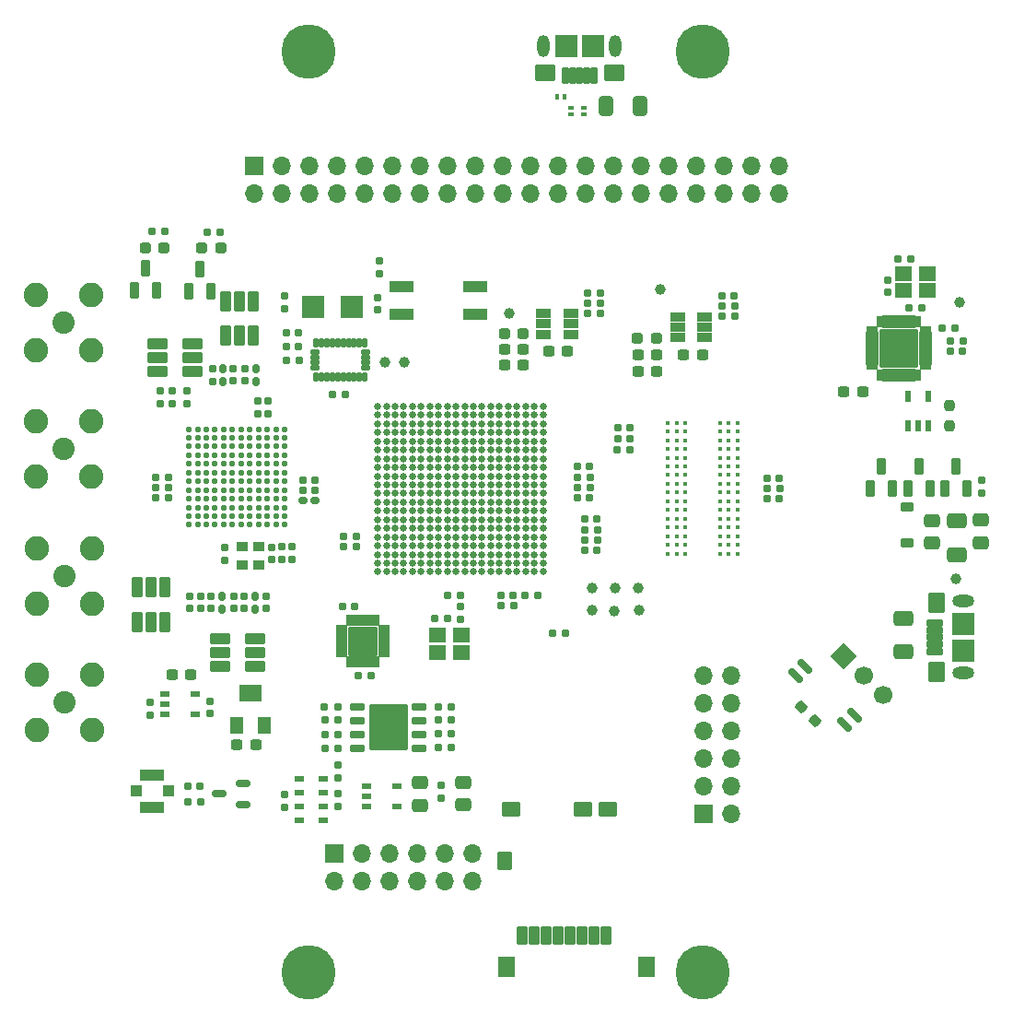
<source format=gbr>
%TF.GenerationSoftware,KiCad,Pcbnew,8.0.6*%
%TF.CreationDate,2025-01-14T20:30:26-08:00*%
%TF.ProjectId,IO_SDR_1.1,494f5f53-4452-45f3-912e-312e6b696361,rev?*%
%TF.SameCoordinates,Original*%
%TF.FileFunction,Soldermask,Top*%
%TF.FilePolarity,Negative*%
%FSLAX46Y46*%
G04 Gerber Fmt 4.6, Leading zero omitted, Abs format (unit mm)*
G04 Created by KiCad (PCBNEW 8.0.6) date 2025-01-14 20:30:26*
%MOMM*%
%LPD*%
G01*
G04 APERTURE LIST*
G04 Aperture macros list*
%AMRoundRect*
0 Rectangle with rounded corners*
0 $1 Rounding radius*
0 $2 $3 $4 $5 $6 $7 $8 $9 X,Y pos of 4 corners*
0 Add a 4 corners polygon primitive as box body*
4,1,4,$2,$3,$4,$5,$6,$7,$8,$9,$2,$3,0*
0 Add four circle primitives for the rounded corners*
1,1,$1+$1,$2,$3*
1,1,$1+$1,$4,$5*
1,1,$1+$1,$6,$7*
1,1,$1+$1,$8,$9*
0 Add four rect primitives between the rounded corners*
20,1,$1+$1,$2,$3,$4,$5,0*
20,1,$1+$1,$4,$5,$6,$7,0*
20,1,$1+$1,$6,$7,$8,$9,0*
20,1,$1+$1,$8,$9,$2,$3,0*%
%AMHorizOval*
0 Thick line with rounded ends*
0 $1 width*
0 $2 $3 position (X,Y) of the first rounded end (center of the circle)*
0 $4 $5 position (X,Y) of the second rounded end (center of the circle)*
0 Add line between two ends*
20,1,$1,$2,$3,$4,$5,0*
0 Add two circle primitives to create the rounded ends*
1,1,$1,$2,$3*
1,1,$1,$4,$5*%
%AMRotRect*
0 Rectangle, with rotation*
0 The origin of the aperture is its center*
0 $1 length*
0 $2 width*
0 $3 Rotation angle, in degrees counterclockwise*
0 Add horizontal line*
21,1,$1,$2,0,0,$3*%
G04 Aperture macros list end*
%ADD10RoundRect,0.250000X0.650000X-0.412500X0.650000X0.412500X-0.650000X0.412500X-0.650000X-0.412500X0*%
%ADD11RoundRect,0.160000X-0.160000X0.197500X-0.160000X-0.197500X0.160000X-0.197500X0.160000X0.197500X0*%
%ADD12RoundRect,0.160000X0.197500X0.160000X-0.197500X0.160000X-0.197500X-0.160000X0.197500X-0.160000X0*%
%ADD13RoundRect,0.155000X-0.212500X-0.155000X0.212500X-0.155000X0.212500X0.155000X-0.212500X0.155000X0*%
%ADD14RoundRect,0.160000X0.160000X-0.222500X0.160000X0.222500X-0.160000X0.222500X-0.160000X-0.222500X0*%
%ADD15R,0.304800X0.558800*%
%ADD16RotRect,1.700000X1.700000X45.000000*%
%ADD17HorizOval,1.700000X0.000000X0.000000X0.000000X0.000000X0*%
%ADD18RoundRect,0.155000X0.212500X0.155000X-0.212500X0.155000X-0.212500X-0.155000X0.212500X-0.155000X0*%
%ADD19RoundRect,0.160000X-0.197500X-0.160000X0.197500X-0.160000X0.197500X0.160000X-0.197500X0.160000X0*%
%ADD20R,1.000000X1.000000*%
%ADD21R,2.200000X1.050000*%
%ADD22C,1.000000*%
%ADD23RoundRect,0.237500X0.237500X-0.250000X0.237500X0.250000X-0.237500X0.250000X-0.237500X-0.250000X0*%
%ADD24RoundRect,0.155000X0.155000X-0.212500X0.155000X0.212500X-0.155000X0.212500X-0.155000X-0.212500X0*%
%ADD25RoundRect,0.155000X-0.155000X0.212500X-0.155000X-0.212500X0.155000X-0.212500X0.155000X0.212500X0*%
%ADD26RoundRect,0.237500X-0.300000X-0.237500X0.300000X-0.237500X0.300000X0.237500X-0.300000X0.237500X0*%
%ADD27C,2.050000*%
%ADD28C,2.250000*%
%ADD29R,1.300000X1.600000*%
%ADD30R,2.000000X1.600000*%
%ADD31RoundRect,0.054880X-0.652120X-0.337120X0.652120X-0.337120X0.652120X0.337120X-0.652120X0.337120X0*%
%ADD32C,5.000000*%
%ADD33RoundRect,0.102000X0.825500X0.381000X-0.825500X0.381000X-0.825500X-0.381000X0.825500X-0.381000X0*%
%ADD34RoundRect,0.250000X0.475000X-0.337500X0.475000X0.337500X-0.475000X0.337500X-0.475000X-0.337500X0*%
%ADD35RoundRect,0.102000X0.279400X-0.660400X0.279400X0.660400X-0.279400X0.660400X-0.279400X-0.660400X0*%
%ADD36R,0.558800X0.304800*%
%ADD37RoundRect,0.102000X0.125000X-0.337500X0.125000X0.337500X-0.125000X0.337500X-0.125000X-0.337500X0*%
%ADD38RoundRect,0.102000X-0.287500X-0.125000X0.287500X-0.125000X0.287500X0.125000X-0.287500X0.125000X0*%
%ADD39RoundRect,0.102000X-0.125000X0.337500X-0.125000X-0.337500X0.125000X-0.337500X0.125000X0.337500X0*%
%ADD40RoundRect,0.102000X0.287500X0.125000X-0.287500X0.125000X-0.287500X-0.125000X0.287500X-0.125000X0*%
%ADD41RoundRect,0.225000X0.375000X-0.225000X0.375000X0.225000X-0.375000X0.225000X-0.375000X-0.225000X0*%
%ADD42RoundRect,0.076200X0.400000X0.750000X-0.400000X0.750000X-0.400000X-0.750000X0.400000X-0.750000X0*%
%ADD43RoundRect,0.076200X0.575000X0.750000X-0.575000X0.750000X-0.575000X-0.750000X0.575000X-0.750000X0*%
%ADD44RoundRect,0.076200X0.750000X0.575000X-0.750000X0.575000X-0.750000X-0.575000X0.750000X-0.575000X0*%
%ADD45RoundRect,0.076200X0.700000X0.850000X-0.700000X0.850000X-0.700000X-0.850000X0.700000X-0.850000X0*%
%ADD46RoundRect,0.237500X0.287500X0.237500X-0.287500X0.237500X-0.287500X-0.237500X0.287500X-0.237500X0*%
%ADD47RoundRect,0.237500X-0.287500X-0.237500X0.287500X-0.237500X0.287500X0.237500X-0.287500X0.237500X0*%
%ADD48RoundRect,0.003600X-0.476400X-0.176400X0.476400X-0.176400X0.476400X0.176400X-0.476400X0.176400X0*%
%ADD49RoundRect,0.004640X-0.527360X-0.227360X0.527360X-0.227360X0.527360X0.227360X-0.527360X0.227360X0*%
%ADD50RoundRect,0.003600X0.176400X-0.476400X0.176400X0.476400X-0.176400X0.476400X-0.176400X-0.476400X0*%
%ADD51RoundRect,0.004640X0.227360X-0.527360X0.227360X0.527360X-0.227360X0.527360X-0.227360X-0.527360X0*%
%ADD52RoundRect,0.003600X0.476400X0.176400X-0.476400X0.176400X-0.476400X-0.176400X0.476400X-0.176400X0*%
%ADD53RoundRect,0.004640X0.527360X0.227360X-0.527360X0.227360X-0.527360X-0.227360X0.527360X-0.227360X0*%
%ADD54RoundRect,0.003600X-0.176400X0.476400X-0.176400X-0.476400X0.176400X-0.476400X0.176400X0.476400X0*%
%ADD55RoundRect,0.004640X-0.227360X0.527360X-0.227360X-0.527360X0.227360X-0.527360X0.227360X0.527360X0*%
%ADD56RoundRect,0.102000X-1.650000X-1.650000X1.650000X-1.650000X1.650000X1.650000X-1.650000X1.650000X0*%
%ADD57RoundRect,0.011100X-0.173900X0.468900X-0.173900X-0.468900X0.173900X-0.468900X0.173900X0.468900X0*%
%ADD58RoundRect,0.011100X-0.468900X-0.173900X0.468900X-0.173900X0.468900X0.173900X-0.468900X0.173900X0*%
%ADD59RoundRect,0.050000X-1.300000X1.300000X-1.300000X-1.300000X1.300000X-1.300000X1.300000X1.300000X0*%
%ADD60R,0.952500X0.558800*%
%ADD61RoundRect,0.237500X0.300000X0.237500X-0.300000X0.237500X-0.300000X-0.237500X0.300000X-0.237500X0*%
%ADD62RoundRect,0.102000X0.700000X-0.600000X0.700000X0.600000X-0.700000X0.600000X-0.700000X-0.600000X0*%
%ADD63RoundRect,0.102000X-0.381000X0.825500X-0.381000X-0.825500X0.381000X-0.825500X0.381000X0.825500X0*%
%ADD64RoundRect,0.250000X-0.412500X-0.650000X0.412500X-0.650000X0.412500X0.650000X-0.412500X0.650000X0*%
%ADD65R,1.700000X1.700000*%
%ADD66O,1.700000X1.700000*%
%ADD67RoundRect,0.250000X-0.475000X0.337500X-0.475000X-0.337500X0.475000X-0.337500X0.475000X0.337500X0*%
%ADD68RoundRect,0.237500X0.344715X-0.008839X-0.008839X0.344715X-0.344715X0.008839X0.008839X-0.344715X0*%
%ADD69RoundRect,0.160000X0.222500X0.160000X-0.222500X0.160000X-0.222500X-0.160000X0.222500X-0.160000X0*%
%ADD70RoundRect,0.102000X0.675000X-0.200000X0.675000X0.200000X-0.675000X0.200000X-0.675000X-0.200000X0*%
%ADD71RoundRect,0.102000X0.700000X-0.800000X0.700000X0.800000X-0.700000X0.800000X-0.700000X-0.800000X0*%
%ADD72RoundRect,0.102000X0.950000X-0.950000X0.950000X0.950000X-0.950000X0.950000X-0.950000X-0.950000X0*%
%ADD73O,2.004000X1.104000*%
%ADD74C,0.554000*%
%ADD75C,0.410000*%
%ADD76RoundRect,0.150000X0.512500X0.150000X-0.512500X0.150000X-0.512500X-0.150000X0.512500X-0.150000X0*%
%ADD77R,2.160000X1.120000*%
%ADD78C,0.654000*%
%ADD79R,0.508000X1.003300*%
%ADD80RoundRect,0.150000X-0.574524X0.362392X0.362392X-0.574524X0.574524X-0.362392X-0.362392X0.574524X0*%
%ADD81RoundRect,0.160000X-0.160000X0.222500X-0.160000X-0.222500X0.160000X-0.222500X0.160000X0.222500X0*%
%ADD82RoundRect,0.102000X-0.700000X0.575000X-0.700000X-0.575000X0.700000X-0.575000X0.700000X0.575000X0*%
%ADD83R,2.000000X2.000000*%
%ADD84R,0.950000X0.550000*%
%ADD85RoundRect,0.102000X-0.425000X-0.325000X0.425000X-0.325000X0.425000X0.325000X-0.425000X0.325000X0*%
%ADD86RoundRect,0.102000X0.200000X0.675000X-0.200000X0.675000X-0.200000X-0.675000X0.200000X-0.675000X0*%
%ADD87RoundRect,0.102000X0.800000X0.700000X-0.800000X0.700000X-0.800000X-0.700000X0.800000X-0.700000X0*%
%ADD88RoundRect,0.102000X0.950000X0.950000X-0.950000X0.950000X-0.950000X-0.950000X0.950000X-0.950000X0*%
%ADD89O,1.104000X2.004000*%
%ADD90RoundRect,0.160000X0.160000X-0.197500X0.160000X0.197500X-0.160000X0.197500X-0.160000X-0.197500X0*%
%ADD91RoundRect,0.102000X-0.550000X-0.220000X0.550000X-0.220000X0.550000X0.220000X-0.550000X0.220000X0*%
%ADD92RoundRect,0.102000X1.700000X2.000000X-1.700000X2.000000X-1.700000X-2.000000X1.700000X-2.000000X0*%
G04 APERTURE END LIST*
D10*
%TO.C,C4*%
X183080000Y-99672500D03*
X183080000Y-96547500D03*
%TD*%
D11*
%TO.C,RA23*%
X130040000Y-72652500D03*
X130040000Y-73847500D03*
%TD*%
D12*
%TO.C,RA27*%
X142347500Y-104284646D03*
X141152500Y-104284646D03*
%TD*%
D13*
%TO.C,C71*%
X122969200Y-93738600D03*
X124104200Y-93738600D03*
%TD*%
D14*
%TO.C,L13*%
X115640000Y-83742500D03*
X115640000Y-82597500D03*
%TD*%
D12*
%TO.C,RA17*%
X136627500Y-114860000D03*
X135432500Y-114860000D03*
%TD*%
D15*
%TO.C,V3*%
X146398477Y-57589984D03*
X147033475Y-57589984D03*
%TD*%
D12*
%TO.C,RA25*%
X137452700Y-103403400D03*
X136257700Y-103403400D03*
%TD*%
D16*
%TO.C,J3*%
X172720000Y-108966000D03*
D17*
X174516051Y-110762051D03*
X176312102Y-112558102D03*
%TD*%
D18*
%TO.C,C99*%
X150014074Y-96383444D03*
X148879074Y-96383444D03*
%TD*%
D13*
%TO.C,C116*%
X165633104Y-92655994D03*
X166768104Y-92655994D03*
%TD*%
D19*
%TO.C,R36*%
X148183254Y-93487844D03*
X149378254Y-93487844D03*
%TD*%
D20*
%TO.C,J8*%
X110640000Y-121380000D03*
D21*
X109140000Y-122855000D03*
D20*
X107640000Y-121380000D03*
D21*
X109140000Y-119905000D03*
%TD*%
D12*
%TO.C,R14*%
X162672500Y-76800000D03*
X161477500Y-76800000D03*
%TD*%
D22*
%TO.C,TP7*%
X151612600Y-104825800D03*
%TD*%
D23*
%TO.C,RA4*%
X182460001Y-87779950D03*
X182460001Y-85954950D03*
%TD*%
D24*
%TO.C,C55*%
X118821200Y-86673500D03*
X118821200Y-85538500D03*
%TD*%
D25*
%TO.C,C72*%
X121967000Y-98945700D03*
X121967000Y-100080700D03*
%TD*%
%TO.C,CA8*%
X114407300Y-113110300D03*
X114407300Y-114245300D03*
%TD*%
D26*
%TO.C,CA9*%
X172707500Y-84680000D03*
X174432500Y-84680000D03*
%TD*%
D19*
%TO.C,R56*%
X121472500Y-81800000D03*
X122667500Y-81800000D03*
%TD*%
D27*
%TO.C,J11*%
X101015800Y-78333600D03*
D28*
X103555800Y-75793600D03*
X98475800Y-75793600D03*
X103555800Y-80873600D03*
X98475800Y-80873600D03*
%TD*%
D29*
%TO.C,R29*%
X116900000Y-115300000D03*
D30*
X118150000Y-112400000D03*
D29*
X119400000Y-115300000D03*
%TD*%
D31*
%TO.C,U8*%
X145120000Y-77500000D03*
X145120000Y-78450000D03*
X145120000Y-79400000D03*
X147630000Y-79400000D03*
X147630000Y-78450000D03*
X147630000Y-77500000D03*
%TD*%
D19*
%TO.C,RA18*%
X135432500Y-113640000D03*
X136627500Y-113640000D03*
%TD*%
D32*
%TO.C,H2*%
X159766000Y-53454396D03*
%TD*%
D18*
%TO.C,C141*%
X127766100Y-104382000D03*
X126631100Y-104382000D03*
%TD*%
D25*
%TO.C,C89*%
X113574214Y-103483904D03*
X113574214Y-104618904D03*
%TD*%
D19*
%TO.C,R34*%
X148869054Y-98339244D03*
X150064054Y-98339244D03*
%TD*%
D26*
%TO.C,C34*%
X153777500Y-82790000D03*
X155502500Y-82790000D03*
%TD*%
D24*
%TO.C,C87*%
X109840000Y-85757500D03*
X109840000Y-84622500D03*
%TD*%
D26*
%TO.C,C32*%
X141505000Y-80780000D03*
X143230000Y-80780000D03*
%TD*%
D13*
%TO.C,C100*%
X148879074Y-99279044D03*
X150014074Y-99279044D03*
%TD*%
D22*
%TO.C,TP2*%
X183030000Y-101900000D03*
%TD*%
D24*
%TO.C,C83*%
X111000000Y-85757500D03*
X111000000Y-84622500D03*
%TD*%
D33*
%TO.C,T2*%
X109650000Y-82800000D03*
X109650000Y-81530000D03*
X109650000Y-80260000D03*
X112825000Y-80260000D03*
X112825000Y-81530000D03*
X112825000Y-82800000D03*
%TD*%
D24*
%TO.C,C81*%
X114540534Y-104618924D03*
X114540534Y-103483924D03*
%TD*%
D22*
%TO.C,TP4*%
X155825000Y-75290000D03*
%TD*%
D34*
%TO.C,C5*%
X180810000Y-98607500D03*
X180810000Y-96532500D03*
%TD*%
D35*
%TO.C,QA3*%
X175108154Y-93592654D03*
X177140154Y-93592654D03*
X176124154Y-91560654D03*
%TD*%
D19*
%TO.C,R31*%
X109462500Y-92558200D03*
X110657500Y-92558200D03*
%TD*%
D25*
%TO.C,C110*%
X135660000Y-120862500D03*
X135660000Y-121997500D03*
%TD*%
D12*
%TO.C,RA16*%
X126197500Y-114830000D03*
X125002500Y-114830000D03*
%TD*%
D25*
%TO.C,C85*%
X112594224Y-103483924D03*
X112594224Y-104618924D03*
%TD*%
D36*
%TO.C,V2*%
X147635976Y-59207483D03*
X147635976Y-58572485D03*
%TD*%
D35*
%TO.C,Q4*%
X107520200Y-75359800D03*
X109552200Y-75359800D03*
X108536200Y-73327800D03*
%TD*%
D37*
%TO.C,U21*%
X124180000Y-80200000D03*
D38*
X124117500Y-81012500D03*
X124117500Y-81512500D03*
X124117500Y-82012500D03*
X124117500Y-82512500D03*
D39*
X124180000Y-83325000D03*
X124680000Y-83325000D03*
X125180000Y-83325000D03*
X125680000Y-83325000D03*
X126180000Y-83325000D03*
X126680000Y-83325000D03*
X127180000Y-83325000D03*
X127680000Y-83325000D03*
X128180000Y-83325000D03*
X128680000Y-83325000D03*
D40*
X128742500Y-82512500D03*
X128742500Y-82012500D03*
X128742500Y-81512500D03*
X128742500Y-81012500D03*
D37*
X128680000Y-80200000D03*
X128180000Y-80200000D03*
X127680000Y-80200000D03*
X127180000Y-80200000D03*
X126680000Y-80200000D03*
X126180000Y-80200000D03*
X125680000Y-80200000D03*
X125180000Y-80200000D03*
X124680000Y-80200000D03*
%TD*%
D19*
%TO.C,R30*%
X112430000Y-122320000D03*
X113625000Y-122320000D03*
%TD*%
D18*
%TO.C,CA11*%
X183627500Y-80940000D03*
X182492500Y-80940000D03*
%TD*%
D25*
%TO.C,C58*%
X115797000Y-99005700D03*
X115797000Y-100140700D03*
%TD*%
D24*
%TO.C,C82*%
X117680000Y-83687500D03*
X117680000Y-82552500D03*
%TD*%
D26*
%TO.C,C59*%
X110968300Y-110716400D03*
X112693300Y-110716400D03*
%TD*%
D11*
%TO.C,RA19*%
X137496700Y-104401800D03*
X137496700Y-105596800D03*
%TD*%
D41*
%TO.C,D1*%
X178570000Y-98577500D03*
X178570000Y-95277500D03*
%TD*%
D19*
%TO.C,R13*%
X149147500Y-77480000D03*
X150342500Y-77480000D03*
%TD*%
D13*
%TO.C,C138*%
X141198154Y-103352600D03*
X142333154Y-103352600D03*
%TD*%
D42*
%TO.C,J13*%
X150825754Y-134620000D03*
X149725754Y-134620000D03*
X148625754Y-134620000D03*
X147525754Y-134620000D03*
X146425754Y-134620000D03*
X145325754Y-134620000D03*
X144225754Y-134620000D03*
X143125754Y-134620000D03*
D43*
X141550754Y-127770000D03*
D44*
X148725754Y-123045000D03*
D45*
X154575754Y-137520000D03*
X141675754Y-137520000D03*
D44*
X151025754Y-123045000D03*
X142125754Y-123045000D03*
%TD*%
D19*
%TO.C,RA7*%
X178673154Y-76959654D03*
X179868154Y-76959654D03*
%TD*%
D46*
%TO.C,L7*%
X155495000Y-79740000D03*
X153745000Y-79740000D03*
%TD*%
D13*
%TO.C,C148*%
X125722500Y-84950000D03*
X126857500Y-84950000D03*
%TD*%
D26*
%TO.C,C33*%
X153777500Y-81280000D03*
X155502500Y-81280000D03*
%TD*%
D35*
%TO.C,QA2*%
X182028154Y-93562654D03*
X184060154Y-93562654D03*
X183044154Y-91530654D03*
%TD*%
D47*
%TO.C,D4*%
X108474000Y-71436800D03*
X110224000Y-71436800D03*
%TD*%
D48*
%TO.C,U13*%
X175342654Y-78936254D03*
D49*
X175342654Y-79436254D03*
X175342654Y-79936254D03*
X175342654Y-80436254D03*
X175342654Y-80936254D03*
X175342654Y-81436254D03*
X175342654Y-81936254D03*
D48*
X175342654Y-82436254D03*
D50*
X176027654Y-83121254D03*
D51*
X176527654Y-83121254D03*
X177027654Y-83121254D03*
X177527654Y-83121254D03*
X178027654Y-83121254D03*
X178527654Y-83121254D03*
X179027654Y-83121254D03*
D50*
X179527654Y-83121254D03*
D52*
X180212654Y-82436254D03*
D53*
X180212654Y-81936254D03*
X180212654Y-81436254D03*
X180212654Y-80936254D03*
X180212654Y-80436254D03*
X180212654Y-79936254D03*
X180212654Y-79436254D03*
D52*
X180212654Y-78936254D03*
D54*
X179527654Y-78251254D03*
D55*
X179027654Y-78251254D03*
X178527654Y-78251254D03*
X178027654Y-78251254D03*
X177527654Y-78251254D03*
X177027654Y-78251254D03*
X176527654Y-78251254D03*
D54*
X176027654Y-78251254D03*
D56*
X177777654Y-80686254D03*
%TD*%
D14*
%TO.C,L11*%
X118710000Y-83712500D03*
X118710000Y-82567500D03*
%TD*%
D32*
%TO.C,H4*%
X123516000Y-138024396D03*
%TD*%
D57*
%TO.C,U16*%
X129748600Y-105659400D03*
X129248600Y-105659400D03*
X128748600Y-105659400D03*
X128248600Y-105659400D03*
X127748600Y-105659400D03*
X127248600Y-105659400D03*
D58*
X126563600Y-106344400D03*
X126563600Y-106844400D03*
X126563600Y-107344400D03*
X126563600Y-107844400D03*
X126563600Y-108344400D03*
X126563600Y-108844400D03*
D57*
X127248600Y-109529400D03*
X127748600Y-109529400D03*
X128248600Y-109529400D03*
X128748600Y-109529400D03*
X129248600Y-109529400D03*
X129748600Y-109529400D03*
D58*
X130433600Y-108844400D03*
X130433600Y-108344400D03*
X130433600Y-107844400D03*
X130433600Y-107344400D03*
X130433600Y-106844400D03*
X130433600Y-106344400D03*
D59*
X128498600Y-107594400D03*
%TD*%
D60*
%TO.C,U11*%
X110325850Y-112443900D03*
X110325850Y-113383400D03*
X110325850Y-114322900D03*
X113081750Y-114322900D03*
X113081750Y-112443900D03*
%TD*%
D18*
%TO.C,C76*%
X110607500Y-93498200D03*
X109472500Y-93498200D03*
%TD*%
%TO.C,CA6*%
X178847500Y-72520000D03*
X177712500Y-72520000D03*
%TD*%
D26*
%TO.C,CA7*%
X116917500Y-117120000D03*
X118642500Y-117120000D03*
%TD*%
D32*
%TO.C,H3*%
X159766000Y-138024396D03*
%TD*%
D18*
%TO.C,C139*%
X129218500Y-110769400D03*
X128083500Y-110769400D03*
%TD*%
D13*
%TO.C,C106*%
X148193274Y-94453044D03*
X149328274Y-94453044D03*
%TD*%
D22*
%TO.C,TP6*%
X151714200Y-102717600D03*
%TD*%
D24*
%TO.C,C150*%
X129810000Y-77147500D03*
X129810000Y-76012500D03*
%TD*%
D61*
%TO.C,C29*%
X159707500Y-81260000D03*
X157982500Y-81260000D03*
%TD*%
D62*
%TO.C,CY2*%
X135344200Y-108654500D03*
X137544200Y-108654500D03*
X137544200Y-107054500D03*
X135344200Y-107054500D03*
%TD*%
D47*
%TO.C,D3*%
X113681000Y-71448200D03*
X115431000Y-71448200D03*
%TD*%
D13*
%TO.C,C119*%
X151934074Y-87956794D03*
X153069074Y-87956794D03*
%TD*%
D19*
%TO.C,RA15*%
X135432500Y-117350000D03*
X136627500Y-117350000D03*
%TD*%
D60*
%TO.C,U17*%
X128852050Y-120940500D03*
X128852050Y-121880000D03*
X128852050Y-122819500D03*
X131607950Y-122819500D03*
X131607950Y-120940500D03*
%TD*%
D63*
%TO.C,T1*%
X118400000Y-79545000D03*
X117130000Y-79545000D03*
X115860000Y-79545000D03*
X115860000Y-76370000D03*
X117130000Y-76370000D03*
X118400000Y-76370000D03*
%TD*%
D64*
%TO.C,C1*%
X150824930Y-58473930D03*
X153949930Y-58473930D03*
%TD*%
D65*
%TO.C,J6*%
X159820000Y-123500000D03*
D66*
X162360000Y-123500000D03*
X159820000Y-120960000D03*
X162360000Y-120960000D03*
X159820000Y-118420001D03*
X162360000Y-118420000D03*
X159820000Y-115880000D03*
X162360000Y-115880000D03*
X159820000Y-113340000D03*
X162360000Y-113340000D03*
X159820000Y-110800000D03*
X162360000Y-110800000D03*
%TD*%
D11*
%TO.C,RA6*%
X108895500Y-113181900D03*
X108895500Y-114376900D03*
%TD*%
D18*
%TO.C,C31*%
X162632500Y-75860000D03*
X161497500Y-75860000D03*
%TD*%
D61*
%TO.C,C28*%
X147307500Y-80990000D03*
X145582500Y-80990000D03*
%TD*%
D67*
%TO.C,C108*%
X133770000Y-120582500D03*
X133770000Y-122657500D03*
%TD*%
D22*
%TO.C,TP3*%
X141981954Y-77488654D03*
%TD*%
D19*
%TO.C,RA1*%
X182489104Y-79984594D03*
X183684104Y-79984594D03*
%TD*%
D68*
%TO.C,RA3*%
X170063235Y-114945235D03*
X168772765Y-113654765D03*
%TD*%
D24*
%TO.C,C91*%
X119620544Y-104618904D03*
X119620544Y-103483904D03*
%TD*%
D69*
%TO.C,L6*%
X124129200Y-94683200D03*
X122984200Y-94683200D03*
%TD*%
D18*
%TO.C,C30*%
X150302500Y-75590000D03*
X149167500Y-75590000D03*
%TD*%
D70*
%TO.C,J1*%
X181050000Y-108540000D03*
X181050000Y-107890000D03*
X181050000Y-107240000D03*
X181050000Y-106590000D03*
X181050000Y-105940000D03*
D71*
X181275000Y-110440000D03*
X181275000Y-104040000D03*
D72*
X183725000Y-106040000D03*
X183725000Y-108440000D03*
D73*
X183725000Y-110540000D03*
X183725000Y-103940000D03*
%TD*%
D74*
%TO.C,U12*%
X112497000Y-88113200D03*
X113297000Y-88113200D03*
X114097000Y-88113200D03*
X114897000Y-88113200D03*
X115697000Y-88113200D03*
X116497000Y-88113200D03*
X117297000Y-88113200D03*
X118097000Y-88113200D03*
X118897000Y-88113200D03*
X119697000Y-88113200D03*
X120497000Y-88113200D03*
X121297000Y-88113200D03*
X112497000Y-88913200D03*
X113297000Y-88913200D03*
X114097000Y-88913200D03*
X114897000Y-88913200D03*
X115697000Y-88913200D03*
X116497000Y-88913200D03*
X117297000Y-88913200D03*
X118097000Y-88913200D03*
X118897000Y-88913200D03*
X119697000Y-88913200D03*
X120497000Y-88913200D03*
X121297000Y-88913200D03*
X112497000Y-89713200D03*
X113297000Y-89713200D03*
X114097000Y-89713200D03*
X114897000Y-89713200D03*
X115697000Y-89713200D03*
X116497000Y-89713200D03*
X117297000Y-89713200D03*
X118097000Y-89713200D03*
X118897000Y-89713200D03*
X119697000Y-89713200D03*
X120497000Y-89713200D03*
X121297000Y-89713200D03*
X112497000Y-90513200D03*
X113297000Y-90513200D03*
X114097000Y-90513200D03*
X114897000Y-90513200D03*
X115697000Y-90513200D03*
X116497000Y-90513200D03*
X117297000Y-90513200D03*
X118097000Y-90513200D03*
X118897000Y-90513200D03*
X119697000Y-90513200D03*
X120497000Y-90513200D03*
X121297000Y-90513200D03*
X112497000Y-91313200D03*
X113297000Y-91313200D03*
X114097000Y-91313200D03*
X114897000Y-91313200D03*
X115697000Y-91313200D03*
X116497000Y-91313200D03*
X117297000Y-91313200D03*
X118097000Y-91313200D03*
X118897000Y-91313200D03*
X119697000Y-91313200D03*
X120497000Y-91313200D03*
X121297000Y-91313200D03*
X112497000Y-92113200D03*
X113297000Y-92113200D03*
X114097000Y-92113200D03*
X114897000Y-92113200D03*
X115697000Y-92113200D03*
X116497000Y-92113200D03*
X117297000Y-92113200D03*
X118097000Y-92113200D03*
X118897000Y-92113200D03*
X119697000Y-92113200D03*
X120497000Y-92113200D03*
X121297000Y-92113200D03*
X112497000Y-92913200D03*
X113297000Y-92913200D03*
X114097000Y-92913200D03*
X114897000Y-92913200D03*
X115697000Y-92913200D03*
X116497000Y-92913200D03*
X117297000Y-92913200D03*
X118097000Y-92913200D03*
X118897000Y-92913200D03*
X119697000Y-92913200D03*
X120497000Y-92913200D03*
X121297000Y-92913200D03*
X112497000Y-93713200D03*
X113297000Y-93713200D03*
X114097000Y-93713200D03*
X114897000Y-93713200D03*
X115697000Y-93713200D03*
X116497000Y-93713200D03*
X117297000Y-93713200D03*
X118097000Y-93713200D03*
X118897000Y-93713200D03*
X119697000Y-93713200D03*
X120497000Y-93713200D03*
X121297000Y-93713200D03*
X112497000Y-94513200D03*
X113297000Y-94513200D03*
X114097000Y-94513200D03*
X114897000Y-94513200D03*
X115697000Y-94513200D03*
X116497000Y-94513200D03*
X117297000Y-94513200D03*
X118097000Y-94513200D03*
X118897000Y-94513200D03*
X119697000Y-94513200D03*
X120497000Y-94513200D03*
X121297000Y-94513200D03*
X112497000Y-95313200D03*
X113297000Y-95313200D03*
X114097000Y-95313200D03*
X114897000Y-95313200D03*
X115697000Y-95313200D03*
X116497000Y-95313200D03*
X117297000Y-95313200D03*
X118097000Y-95313200D03*
X118897000Y-95313200D03*
X119697000Y-95313200D03*
X120497000Y-95313200D03*
X121297000Y-95313200D03*
X112497000Y-96113200D03*
X113297000Y-96113200D03*
X114097000Y-96113200D03*
X114897000Y-96113200D03*
X115697000Y-96113200D03*
X116497000Y-96113200D03*
X117297000Y-96113200D03*
X118097000Y-96113200D03*
X118897000Y-96113200D03*
X119697000Y-96113200D03*
X120497000Y-96113200D03*
X121297000Y-96113200D03*
X112497000Y-96913200D03*
X113297000Y-96913200D03*
X114097000Y-96913200D03*
X114897000Y-96913200D03*
X115697000Y-96913200D03*
X116497000Y-96913200D03*
X117297000Y-96913200D03*
X118097000Y-96913200D03*
X118897000Y-96913200D03*
X119697000Y-96913200D03*
X120497000Y-96913200D03*
X121297000Y-96913200D03*
%TD*%
D27*
%TO.C,J9*%
X101015800Y-89966800D03*
D28*
X103555800Y-87426800D03*
X98475800Y-87426800D03*
X103555800Y-92506800D03*
X98475800Y-92506800D03*
%TD*%
D34*
%TO.C,C3*%
X185300000Y-98547500D03*
X185300000Y-96472500D03*
%TD*%
D22*
%TO.C,TP12*%
X130543077Y-81994673D03*
%TD*%
D18*
%TO.C,C147*%
X122577500Y-80510000D03*
X121442500Y-80510000D03*
%TD*%
D27*
%TO.C,J12*%
X101020000Y-101590000D03*
D28*
X103560000Y-99050000D03*
X98480000Y-99050000D03*
X103560000Y-104130000D03*
X98480000Y-104130000D03*
%TD*%
D19*
%TO.C,RA29*%
X109081700Y-69975000D03*
X110276700Y-69975000D03*
%TD*%
D75*
%TO.C,U18*%
X162940800Y-99542200D03*
X162140800Y-99542200D03*
X161340800Y-99542200D03*
X158140800Y-99542200D03*
X157340800Y-99542200D03*
X156540800Y-99542200D03*
X162940800Y-98742200D03*
X162140800Y-98742200D03*
X161340800Y-98742200D03*
X158140800Y-98742200D03*
X157340800Y-98742200D03*
X156540800Y-98742200D03*
X162940800Y-97942200D03*
X162140800Y-97942200D03*
X161340800Y-97942200D03*
X158140800Y-97942200D03*
X157340800Y-97942200D03*
X156540800Y-97942200D03*
X162940800Y-97142200D03*
X162140800Y-97142200D03*
X161340800Y-97142200D03*
X158140800Y-97142200D03*
X157340800Y-97142200D03*
X156540800Y-97142200D03*
X162940800Y-96342200D03*
X162140800Y-96342200D03*
X161340800Y-96342200D03*
X158140800Y-96342200D03*
X157340800Y-96342200D03*
X156540800Y-96342200D03*
X162940800Y-95542200D03*
X162140800Y-95542200D03*
X161340800Y-95542200D03*
X158140800Y-95542200D03*
X157340800Y-95542200D03*
X156540800Y-95542200D03*
X162940800Y-94742200D03*
X162140800Y-94742200D03*
X161340800Y-94742200D03*
X158140800Y-94742200D03*
X157340800Y-94742200D03*
X156540800Y-94742200D03*
X162940800Y-93942200D03*
X162140800Y-93942200D03*
X161340800Y-93942200D03*
X158140800Y-93942200D03*
X157340800Y-93942200D03*
X156540800Y-93942200D03*
X162940800Y-93142200D03*
X162140800Y-93142200D03*
X161340800Y-93142200D03*
X158140800Y-93142200D03*
X157340800Y-93142200D03*
X156540800Y-93142200D03*
X162940800Y-92342200D03*
X162140800Y-92342200D03*
X161340800Y-92342200D03*
X158140800Y-92342200D03*
X157340800Y-92342200D03*
X156540800Y-92342200D03*
X162940800Y-91542200D03*
X162140800Y-91542200D03*
X161340800Y-91542200D03*
X158140800Y-91542200D03*
X157340800Y-91542200D03*
X156540800Y-91542200D03*
X162940800Y-90742200D03*
X162140800Y-90742200D03*
X161340800Y-90742200D03*
X158140800Y-90742200D03*
X157340800Y-90742200D03*
X156540800Y-90742200D03*
X162940800Y-89942200D03*
X162140800Y-89942200D03*
X161340800Y-89942200D03*
X158140800Y-89942200D03*
X157340800Y-89942200D03*
X156540800Y-89942200D03*
X162940800Y-89142200D03*
X162140800Y-89142200D03*
X161340800Y-89142200D03*
X158140800Y-89142200D03*
X157340800Y-89142200D03*
X156540800Y-89142200D03*
X162940800Y-88342200D03*
X162140800Y-88342200D03*
X161340800Y-88342200D03*
X158140800Y-88342200D03*
X157340800Y-88342200D03*
X156540800Y-88342200D03*
X162940800Y-87542200D03*
X162140800Y-87542200D03*
X161340800Y-87542200D03*
X158140800Y-87542200D03*
X157340800Y-87542200D03*
X156540800Y-87542200D03*
%TD*%
D22*
%TO.C,TP1*%
X183330000Y-76480000D03*
%TD*%
D76*
%TO.C,D2*%
X117527500Y-122580000D03*
X117527500Y-120680000D03*
X115252500Y-121630000D03*
%TD*%
D18*
%TO.C,C146*%
X122597500Y-79230000D03*
X121462500Y-79230000D03*
%TD*%
%TO.C,C120*%
X153069074Y-88976194D03*
X151934074Y-88976194D03*
%TD*%
D77*
%TO.C,SW1*%
X132090000Y-75030000D03*
X132090000Y-77570000D03*
X138820000Y-77570000D03*
X138820000Y-75030000D03*
%TD*%
D78*
%TO.C,U14*%
X145053054Y-101231654D03*
X144253054Y-101231654D03*
X143453054Y-101231654D03*
X142653054Y-101231654D03*
X141853054Y-101231654D03*
X141053054Y-101231654D03*
X140253054Y-101231654D03*
X139453054Y-101231654D03*
X138653054Y-101231654D03*
X137853054Y-101231654D03*
X137053054Y-101231654D03*
X136253054Y-101231654D03*
X135453054Y-101231654D03*
X134653054Y-101231654D03*
X133853054Y-101231654D03*
X133053054Y-101231654D03*
X132253054Y-101231654D03*
X131453054Y-101231654D03*
X130653054Y-101231654D03*
X129853054Y-101231654D03*
X145053054Y-100431654D03*
X144253054Y-100431654D03*
X143453054Y-100431654D03*
X142653054Y-100431654D03*
X141853054Y-100431654D03*
X141053054Y-100431654D03*
X140253054Y-100431654D03*
X139453054Y-100431654D03*
X138653054Y-100431654D03*
X137853054Y-100431654D03*
X137053054Y-100431654D03*
X136253054Y-100431654D03*
X135453054Y-100431654D03*
X134653054Y-100431654D03*
X133853054Y-100431654D03*
X133053054Y-100431654D03*
X132253054Y-100431654D03*
X131453054Y-100431654D03*
X130653054Y-100431654D03*
X129853054Y-100431654D03*
X145053054Y-99631654D03*
X144253054Y-99631654D03*
X143453054Y-99631654D03*
X142653054Y-99631654D03*
X141853054Y-99631654D03*
X141053054Y-99631654D03*
X140253054Y-99631654D03*
X139453054Y-99631654D03*
X138653054Y-99631654D03*
X137853054Y-99631654D03*
X137053054Y-99631654D03*
X136253054Y-99631654D03*
X135453054Y-99631654D03*
X134653054Y-99631654D03*
X133853054Y-99631654D03*
X133053054Y-99631654D03*
X132253054Y-99631654D03*
X131453054Y-99631654D03*
X130653054Y-99631654D03*
X129853054Y-99631654D03*
X145053054Y-98831654D03*
X144253054Y-98831654D03*
X143453054Y-98831654D03*
X142653054Y-98831654D03*
X141853054Y-98831654D03*
X141053054Y-98831654D03*
X140253054Y-98831654D03*
X139453054Y-98831654D03*
X138653054Y-98831654D03*
X137853054Y-98831654D03*
X137053054Y-98831654D03*
X136253054Y-98831654D03*
X135453054Y-98831654D03*
X134653054Y-98831654D03*
X133853054Y-98831654D03*
X133053054Y-98831654D03*
X132253054Y-98831654D03*
X131453054Y-98831654D03*
X130653054Y-98831654D03*
X129853054Y-98831654D03*
X145053054Y-98031654D03*
X144253054Y-98031654D03*
X143453054Y-98031654D03*
X142653054Y-98031654D03*
X141853054Y-98031654D03*
X141053054Y-98031654D03*
X140253054Y-98031654D03*
X139453054Y-98031654D03*
X138653054Y-98031654D03*
X137853054Y-98031654D03*
X137053054Y-98031654D03*
X136253054Y-98031654D03*
X135453054Y-98031654D03*
X134653054Y-98031654D03*
X133853054Y-98031654D03*
X133053054Y-98031654D03*
X132253054Y-98031654D03*
X131453054Y-98031654D03*
X130653054Y-98031654D03*
X129853054Y-98031654D03*
X145053054Y-97231654D03*
X144253054Y-97231654D03*
X143453054Y-97231654D03*
X142653054Y-97231654D03*
X141853054Y-97231654D03*
X141053054Y-97231654D03*
X140253054Y-97231654D03*
X139453054Y-97231654D03*
X138653054Y-97231654D03*
X137853054Y-97231654D03*
X137053054Y-97231654D03*
X136253054Y-97231654D03*
X135453054Y-97231654D03*
X134653054Y-97231654D03*
X133853054Y-97231654D03*
X133053054Y-97231654D03*
X132253054Y-97231654D03*
X131453054Y-97231654D03*
X130653054Y-97231654D03*
X129853054Y-97231654D03*
X145053054Y-96431654D03*
X144253054Y-96431654D03*
X143453054Y-96431654D03*
X142653054Y-96431654D03*
X141853054Y-96431654D03*
X141053054Y-96431654D03*
X140253054Y-96431654D03*
X139453054Y-96431654D03*
X138653054Y-96431654D03*
X137853054Y-96431654D03*
X137053054Y-96431654D03*
X136253054Y-96431654D03*
X135453054Y-96431654D03*
X134653054Y-96431654D03*
X133853054Y-96431654D03*
X133053054Y-96431654D03*
X132253054Y-96431654D03*
X131453054Y-96431654D03*
X130653054Y-96431654D03*
X129853054Y-96431654D03*
X145053054Y-95631654D03*
X144253054Y-95631654D03*
X143453054Y-95631654D03*
X142653054Y-95631654D03*
X141853054Y-95631654D03*
X141053054Y-95631654D03*
X140253054Y-95631654D03*
X139453054Y-95631654D03*
X138653054Y-95631654D03*
X137853054Y-95631654D03*
X137053054Y-95631654D03*
X136253054Y-95631654D03*
X135453054Y-95631654D03*
X134653054Y-95631654D03*
X133853054Y-95631654D03*
X133053054Y-95631654D03*
X132253054Y-95631654D03*
X131453054Y-95631654D03*
X130653054Y-95631654D03*
X129853054Y-95631654D03*
X145053054Y-94831654D03*
X144253054Y-94831654D03*
X143453054Y-94831654D03*
X142653054Y-94831654D03*
X141853054Y-94831654D03*
X141053054Y-94831654D03*
X140253054Y-94831654D03*
X139453054Y-94831654D03*
X138653054Y-94831654D03*
X137853054Y-94831654D03*
X137053054Y-94831654D03*
X136253054Y-94831654D03*
X135453054Y-94831654D03*
X134653054Y-94831654D03*
X133853054Y-94831654D03*
X133053054Y-94831654D03*
X132253054Y-94831654D03*
X131453054Y-94831654D03*
X130653054Y-94831654D03*
X129853054Y-94831654D03*
X145053054Y-94031654D03*
X144253054Y-94031654D03*
X143453054Y-94031654D03*
X142653054Y-94031654D03*
X141853054Y-94031654D03*
X141053054Y-94031654D03*
X140253054Y-94031654D03*
X139453054Y-94031654D03*
X138653054Y-94031654D03*
X137853054Y-94031654D03*
X137053054Y-94031654D03*
X136253054Y-94031654D03*
X135453054Y-94031654D03*
X134653054Y-94031654D03*
X133853054Y-94031654D03*
X133053054Y-94031654D03*
X132253054Y-94031654D03*
X131453054Y-94031654D03*
X130653054Y-94031654D03*
X129853054Y-94031654D03*
X145053054Y-93231654D03*
X144253054Y-93231654D03*
X143453054Y-93231654D03*
X142653054Y-93231654D03*
X141853054Y-93231654D03*
X141053054Y-93231654D03*
X140253054Y-93231654D03*
X139453054Y-93231654D03*
X138653054Y-93231654D03*
X137853054Y-93231654D03*
X137053054Y-93231654D03*
X136253054Y-93231654D03*
X135453054Y-93231654D03*
X134653054Y-93231654D03*
X133853054Y-93231654D03*
X133053054Y-93231654D03*
X132253054Y-93231654D03*
X131453054Y-93231654D03*
X130653054Y-93231654D03*
X129853054Y-93231654D03*
X145053054Y-92431654D03*
X144253054Y-92431654D03*
X143453054Y-92431654D03*
X142653054Y-92431654D03*
X141853054Y-92431654D03*
X141053054Y-92431654D03*
X140253054Y-92431654D03*
X139453054Y-92431654D03*
X138653054Y-92431654D03*
X137853054Y-92431654D03*
X137053054Y-92431654D03*
X136253054Y-92431654D03*
X135453054Y-92431654D03*
X134653054Y-92431654D03*
X133853054Y-92431654D03*
X133053054Y-92431654D03*
X132253054Y-92431654D03*
X131453054Y-92431654D03*
X130653054Y-92431654D03*
X129853054Y-92431654D03*
X145053054Y-91631654D03*
X144253054Y-91631654D03*
X143453054Y-91631654D03*
X142653054Y-91631654D03*
X141853054Y-91631654D03*
X141053054Y-91631654D03*
X140253054Y-91631654D03*
X139453054Y-91631654D03*
X138653054Y-91631654D03*
X137853054Y-91631654D03*
X137053054Y-91631654D03*
X136253054Y-91631654D03*
X135453054Y-91631654D03*
X134653054Y-91631654D03*
X133853054Y-91631654D03*
X133053054Y-91631654D03*
X132253054Y-91631654D03*
X131453054Y-91631654D03*
X130653054Y-91631654D03*
X129853054Y-91631654D03*
X145053054Y-90831654D03*
X144253054Y-90831654D03*
X143453054Y-90831654D03*
X142653054Y-90831654D03*
X141853054Y-90831654D03*
X141053054Y-90831654D03*
X140253054Y-90831654D03*
X139453054Y-90831654D03*
X138653054Y-90831654D03*
X137853054Y-90831654D03*
X137053054Y-90831654D03*
X136253054Y-90831654D03*
X135453054Y-90831654D03*
X134653054Y-90831654D03*
X133853054Y-90831654D03*
X133053054Y-90831654D03*
X132253054Y-90831654D03*
X131453054Y-90831654D03*
X130653054Y-90831654D03*
X129853054Y-90831654D03*
X145053054Y-90031654D03*
X144253054Y-90031654D03*
X143453054Y-90031654D03*
X142653054Y-90031654D03*
X141853054Y-90031654D03*
X141053054Y-90031654D03*
X140253054Y-90031654D03*
X139453054Y-90031654D03*
X138653054Y-90031654D03*
X137853054Y-90031654D03*
X137053054Y-90031654D03*
X136253054Y-90031654D03*
X135453054Y-90031654D03*
X134653054Y-90031654D03*
X133853054Y-90031654D03*
X133053054Y-90031654D03*
X132253054Y-90031654D03*
X131453054Y-90031654D03*
X130653054Y-90031654D03*
X129853054Y-90031654D03*
X145053054Y-89231654D03*
X144253054Y-89231654D03*
X143453054Y-89231654D03*
X142653054Y-89231654D03*
X141853054Y-89231654D03*
X141053054Y-89231654D03*
X140253054Y-89231654D03*
X139453054Y-89231654D03*
X138653054Y-89231654D03*
X137853054Y-89231654D03*
X137053054Y-89231654D03*
X136253054Y-89231654D03*
X135453054Y-89231654D03*
X134653054Y-89231654D03*
X133853054Y-89231654D03*
X133053054Y-89231654D03*
X132253054Y-89231654D03*
X131453054Y-89231654D03*
X130653054Y-89231654D03*
X129853054Y-89231654D03*
X145053054Y-88431654D03*
X144253054Y-88431654D03*
X143453054Y-88431654D03*
X142653054Y-88431654D03*
X141853054Y-88431654D03*
X141053054Y-88431654D03*
X140253054Y-88431654D03*
X139453054Y-88431654D03*
X138653054Y-88431654D03*
X137853054Y-88431654D03*
X137053054Y-88431654D03*
X136253054Y-88431654D03*
X135453054Y-88431654D03*
X134653054Y-88431654D03*
X133853054Y-88431654D03*
X133053054Y-88431654D03*
X132253054Y-88431654D03*
X131453054Y-88431654D03*
X130653054Y-88431654D03*
X129853054Y-88431654D03*
X145053054Y-87631654D03*
X144253054Y-87631654D03*
X143453054Y-87631654D03*
X142653054Y-87631654D03*
X141853054Y-87631654D03*
X141053054Y-87631654D03*
X140253054Y-87631654D03*
X139453054Y-87631654D03*
X138653054Y-87631654D03*
X137853054Y-87631654D03*
X137053054Y-87631654D03*
X136253054Y-87631654D03*
X135453054Y-87631654D03*
X134653054Y-87631654D03*
X133853054Y-87631654D03*
X133053054Y-87631654D03*
X132253054Y-87631654D03*
X131453054Y-87631654D03*
X130653054Y-87631654D03*
X129853054Y-87631654D03*
X145053054Y-86831654D03*
X144253054Y-86831654D03*
X143453054Y-86831654D03*
X142653054Y-86831654D03*
X141853054Y-86831654D03*
X141053054Y-86831654D03*
X140253054Y-86831654D03*
X139453054Y-86831654D03*
X138653054Y-86831654D03*
X137853054Y-86831654D03*
X137053054Y-86831654D03*
X136253054Y-86831654D03*
X135453054Y-86831654D03*
X134653054Y-86831654D03*
X133853054Y-86831654D03*
X133053054Y-86831654D03*
X132253054Y-86831654D03*
X131453054Y-86831654D03*
X130653054Y-86831654D03*
X129853054Y-86831654D03*
X145053054Y-86031654D03*
X144253054Y-86031654D03*
X143453054Y-86031654D03*
X142653054Y-86031654D03*
X141853054Y-86031654D03*
X141053054Y-86031654D03*
X140253054Y-86031654D03*
X139453054Y-86031654D03*
X138653054Y-86031654D03*
X137853054Y-86031654D03*
X137053054Y-86031654D03*
X136253054Y-86031654D03*
X135453054Y-86031654D03*
X134653054Y-86031654D03*
X133853054Y-86031654D03*
X133053054Y-86031654D03*
X132253054Y-86031654D03*
X131453054Y-86031654D03*
X130653054Y-86031654D03*
X129853054Y-86031654D03*
%TD*%
D36*
%TO.C,V1*%
X148815976Y-59207483D03*
X148815976Y-58572485D03*
%TD*%
D79*
%TO.C,U2*%
X178579999Y-87842550D03*
X179530000Y-87842550D03*
X180480001Y-87842550D03*
X180480001Y-85137450D03*
X178579999Y-85137450D03*
%TD*%
D80*
%TO.C,U1*%
X169159906Y-109879103D03*
X168261880Y-110777129D03*
X172769686Y-115284935D03*
X173667712Y-114386909D03*
%TD*%
D11*
%TO.C,R52*%
X126182500Y-118972500D03*
X126182500Y-120167500D03*
%TD*%
D19*
%TO.C,RA24*%
X126696700Y-97961400D03*
X127891700Y-97961400D03*
%TD*%
D22*
%TO.C,TP5*%
X149580600Y-104775000D03*
%TD*%
D18*
%TO.C,C77*%
X110607500Y-94438000D03*
X109472500Y-94438000D03*
%TD*%
D10*
%TO.C,C2*%
X178213200Y-108597300D03*
X178213200Y-105472300D03*
%TD*%
D81*
%TO.C,L14*%
X118604554Y-103478904D03*
X118604554Y-104623904D03*
%TD*%
D31*
%TO.C,U7*%
X157435000Y-77790000D03*
X157435000Y-78740000D03*
X157435000Y-79690000D03*
X159945000Y-79690000D03*
X159945000Y-78740000D03*
X159945000Y-77790000D03*
%TD*%
D19*
%TO.C,RA21*%
X143372500Y-103360000D03*
X144567500Y-103360000D03*
%TD*%
D22*
%TO.C,TP10*%
X132321078Y-81994673D03*
%TD*%
D82*
%TO.C,Y2*%
X180429254Y-73810254D03*
X178229254Y-73810254D03*
X178229254Y-75410254D03*
X180429254Y-75410254D03*
%TD*%
D25*
%TO.C,C73*%
X121037000Y-98945700D03*
X121037000Y-100080700D03*
%TD*%
D19*
%TO.C,R44*%
X151884074Y-90056004D03*
X153079074Y-90056004D03*
%TD*%
D12*
%TO.C,R12*%
X150332500Y-76530000D03*
X149137500Y-76530000D03*
%TD*%
D25*
%TO.C,C88*%
X117588514Y-103483894D03*
X117588514Y-104618894D03*
%TD*%
D35*
%TO.C,QA1*%
X178588154Y-93542654D03*
X180620154Y-93542654D03*
X179604154Y-91510654D03*
%TD*%
D27*
%TO.C,J10*%
X101020000Y-113240000D03*
D28*
X103560000Y-110700000D03*
X98480000Y-110700000D03*
X103560000Y-115780000D03*
X98480000Y-115780000D03*
%TD*%
D35*
%TO.C,Q3*%
X112524000Y-75436000D03*
X114556000Y-75436000D03*
X113540000Y-73404000D03*
%TD*%
D65*
%TO.C,J4*%
X118460000Y-63930000D03*
D66*
X118460000Y-66470000D03*
X121000000Y-63930000D03*
X121000000Y-66470000D03*
X123540000Y-63930000D03*
X123540000Y-66470000D03*
X126080000Y-63930000D03*
X126080000Y-66470000D03*
X128620000Y-63930000D03*
X128620000Y-66470000D03*
X131160000Y-63930000D03*
X131160000Y-66470000D03*
X133700000Y-63930000D03*
X133700000Y-66470000D03*
X136240000Y-63930000D03*
X136240000Y-66470000D03*
X138780000Y-63930000D03*
X138780000Y-66470000D03*
X141320000Y-63930000D03*
X141320000Y-66470000D03*
X143860000Y-63930000D03*
X143860000Y-66470000D03*
X146400000Y-63930000D03*
X146400000Y-66470000D03*
X148940000Y-63930000D03*
X148940000Y-66470000D03*
X151480000Y-63930000D03*
X151480000Y-66470000D03*
X154020000Y-63930000D03*
X154020000Y-66470000D03*
X156560000Y-63930000D03*
X156560000Y-66470000D03*
X159100000Y-63930000D03*
X159100000Y-66470000D03*
X161640000Y-63930000D03*
X161640000Y-66470000D03*
X164180000Y-63930000D03*
X164180000Y-66470000D03*
X166720000Y-63930000D03*
X166720000Y-66470000D03*
%TD*%
D19*
%TO.C,RA10*%
X181742504Y-78810004D03*
X182937504Y-78810004D03*
%TD*%
D25*
%TO.C,C90*%
X112280000Y-84622500D03*
X112280000Y-85757500D03*
%TD*%
%TO.C,C80*%
X114670000Y-82592500D03*
X114670000Y-83727500D03*
%TD*%
D18*
%TO.C,C115*%
X166768104Y-94535594D03*
X165633104Y-94535594D03*
%TD*%
D63*
%TO.C,T4*%
X110280000Y-105835000D03*
X109010000Y-105835000D03*
X107740000Y-105835000D03*
X107740000Y-102660000D03*
X109010000Y-102660000D03*
X110280000Y-102660000D03*
%TD*%
D12*
%TO.C,RA13*%
X126187500Y-116170000D03*
X124992500Y-116170000D03*
%TD*%
D13*
%TO.C,C111*%
X135122500Y-105540000D03*
X136257500Y-105540000D03*
%TD*%
D22*
%TO.C,TP11*%
X153771600Y-102717600D03*
%TD*%
D83*
%TO.C,Y3*%
X123890000Y-76870000D03*
X127490000Y-76870000D03*
%TD*%
D26*
%TO.C,C35*%
X141522500Y-82250000D03*
X143247500Y-82250000D03*
%TD*%
D19*
%TO.C,RA14*%
X124982500Y-117420000D03*
X126177500Y-117420000D03*
%TD*%
D13*
%TO.C,C63*%
X122969200Y-92773400D03*
X124104200Y-92773400D03*
%TD*%
D11*
%TO.C,R53*%
X121292500Y-121672500D03*
X121292500Y-122867500D03*
%TD*%
D18*
%TO.C,C105*%
X149331114Y-91580004D03*
X148196114Y-91580004D03*
%TD*%
D84*
%TO.C,U19*%
X122670000Y-120270000D03*
X122670000Y-121520000D03*
X122670000Y-122770000D03*
X122670000Y-124020000D03*
X124820000Y-124020000D03*
X124820000Y-122770000D03*
X124820000Y-121520000D03*
X124820000Y-120270000D03*
%TD*%
D85*
%TO.C,CY1*%
X117412000Y-98928200D03*
X117412000Y-100578200D03*
X118962000Y-100578200D03*
X118962000Y-98928200D03*
%TD*%
D86*
%TO.C,J2*%
X149720630Y-55646830D03*
X149070630Y-55646830D03*
X148420630Y-55646831D03*
X147770630Y-55646830D03*
X147120630Y-55646830D03*
D87*
X151620630Y-55421830D03*
X145220630Y-55421830D03*
D88*
X147220630Y-52971830D03*
X149620630Y-52971830D03*
D89*
X151720629Y-52971830D03*
X145120631Y-52971830D03*
%TD*%
D19*
%TO.C,RA11*%
X135432500Y-116120000D03*
X136627500Y-116120000D03*
%TD*%
D24*
%TO.C,C149*%
X121290000Y-77027500D03*
X121290000Y-75892500D03*
%TD*%
D19*
%TO.C,RA28*%
X114161700Y-70000400D03*
X115356700Y-70000400D03*
%TD*%
D46*
%TO.C,L8*%
X143252500Y-79320000D03*
X141502500Y-79320000D03*
%TD*%
D90*
%TO.C,RA2*%
X185430000Y-93997500D03*
X185430000Y-92802500D03*
%TD*%
D19*
%TO.C,RA12*%
X124972500Y-113620000D03*
X126167500Y-113620000D03*
%TD*%
D67*
%TO.C,C109*%
X137760000Y-120542500D03*
X137760000Y-122617500D03*
%TD*%
D22*
%TO.C,TP8*%
X153873200Y-104775000D03*
%TD*%
D19*
%TO.C,R39*%
X145952500Y-106860000D03*
X147147500Y-106860000D03*
%TD*%
%TO.C,R15*%
X161477500Y-77760000D03*
X162672500Y-77760000D03*
%TD*%
D22*
%TO.C,TP9*%
X149606000Y-102717600D03*
%TD*%
D24*
%TO.C,C57*%
X119775200Y-86673500D03*
X119775200Y-85538500D03*
%TD*%
%TO.C,C86*%
X116590000Y-83707500D03*
X116590000Y-82572500D03*
%TD*%
D25*
%TO.C,C84*%
X116598524Y-103483914D03*
X116598524Y-104618914D03*
%TD*%
D33*
%TO.C,T3*%
X115385000Y-109940000D03*
X115385000Y-108670000D03*
X115385000Y-107400000D03*
X118560000Y-107400000D03*
X118560000Y-108670000D03*
X118560000Y-109940000D03*
%TD*%
D24*
%TO.C,C67*%
X120107000Y-100090700D03*
X120107000Y-98955700D03*
%TD*%
D90*
%TO.C,R51*%
X126192500Y-122777500D03*
X126192500Y-121582500D03*
%TD*%
D19*
%TO.C,RA26*%
X126710000Y-98910000D03*
X127905000Y-98910000D03*
%TD*%
D12*
%TO.C,R35*%
X149378254Y-92522644D03*
X148183254Y-92522644D03*
%TD*%
%TO.C,R33*%
X150064054Y-97348644D03*
X148869054Y-97348644D03*
%TD*%
D91*
%TO.C,U15*%
X128020400Y-113614200D03*
X128020400Y-114884200D03*
X128020400Y-116154200D03*
X128020400Y-117424200D03*
X133650400Y-117424200D03*
X133650400Y-116154200D03*
X133650400Y-114884200D03*
X133650400Y-113614200D03*
D92*
X130835400Y-115519200D03*
%TD*%
D19*
%TO.C,R45*%
X165623084Y-93592804D03*
X166818084Y-93592804D03*
%TD*%
D81*
%TO.C,L12*%
X115556534Y-103478914D03*
X115556534Y-104623914D03*
%TD*%
D65*
%TO.C,J5*%
X125860000Y-127080000D03*
D66*
X125860000Y-129620000D03*
X128400000Y-127080000D03*
X128400000Y-129620000D03*
X130939999Y-127080000D03*
X130940000Y-129620000D03*
X133480000Y-127080000D03*
X133480000Y-129620000D03*
X136020000Y-127080000D03*
X136020000Y-129620000D03*
X138560000Y-127080000D03*
X138560000Y-129620000D03*
%TD*%
D18*
%TO.C,C65*%
X113547500Y-120920000D03*
X112412500Y-120920000D03*
%TD*%
D24*
%TO.C,CA5*%
X176763854Y-75533354D03*
X176763854Y-74398354D03*
%TD*%
D32*
%TO.C,H1*%
X123516000Y-53454396D03*
%TD*%
M02*

</source>
